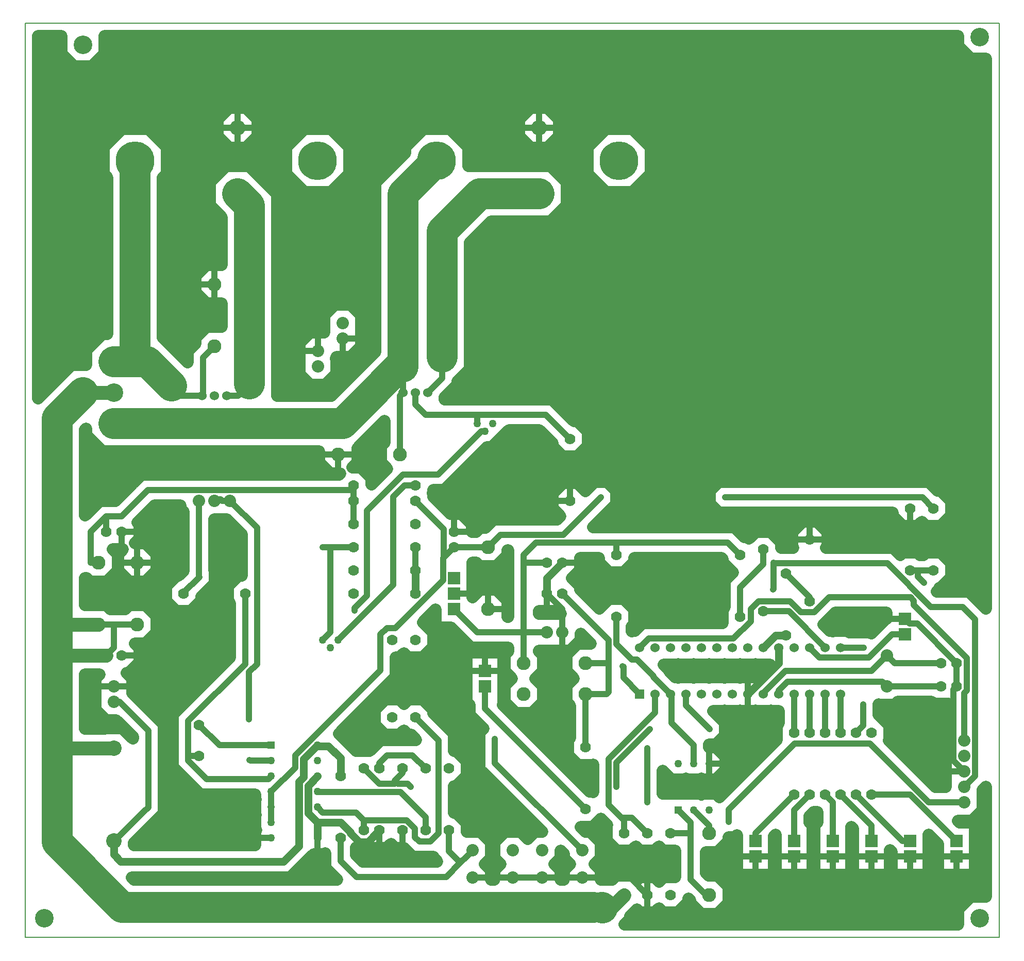
<source format=gbr>
G04 PROTEUS GERBER X2 FILE*
%TF.GenerationSoftware,Labcenter,Proteus,8.15-SP1-Build34318*%
%TF.CreationDate,2023-09-22T11:01:59+00:00*%
%TF.FileFunction,Copper,L2,Bot*%
%TF.FilePolarity,Positive*%
%TF.Part,Single*%
%TF.SameCoordinates,{152284cb-42d1-4113-bbe4-b0d9b1a291b6}*%
%FSLAX45Y45*%
%MOMM*%
G01*
%TA.AperFunction,Conductor*%
%ADD10C,1.016000*%
%ADD11C,1.270000*%
%ADD24C,5.080000*%
%ADD25C,2.286000*%
%TA.AperFunction,ViaPad*%
%ADD12C,0.762000*%
%TA.AperFunction,Conductor*%
%ADD26C,2.032000*%
%TA.AperFunction,ComponentPad*%
%ADD13R,1.524000X1.524000*%
%ADD14C,1.524000*%
%TA.AperFunction,ComponentPad*%
%ADD15C,1.778000*%
%ADD16R,2.032000X2.032000*%
%ADD17C,2.032000*%
%ADD18C,2.286000*%
%TA.AperFunction,ComponentPad*%
%ADD19R,1.270000X1.270000*%
%ADD70C,1.270000*%
%TA.AperFunction,ComponentPad*%
%ADD71C,2.540000*%
%TA.AperFunction,ComponentPad*%
%ADD20C,3.048000*%
%TA.AperFunction,ComponentPad*%
%ADD21C,6.350000*%
%TA.AperFunction,OtherPad,Unknown*%
%ADD22C,3.048000*%
%TA.AperFunction,Profile*%
%ADD23C,0.203200*%
%TD.AperFunction*%
%TA.AperFunction,Conductor*%
G36*
X+2946401Y+5694706D02*
X+3154706Y+5486401D01*
X+3406140Y+5486401D01*
X+3406140Y-3547778D01*
X+3124589Y-3266227D01*
X+2603007Y-3266227D01*
X+2602684Y-3265906D01*
X+2641385Y-3227205D01*
X+2641385Y-3213099D01*
X+2660991Y-3213099D01*
X+2832099Y-3041991D01*
X+2832099Y-2800009D01*
X+2660991Y-2628901D01*
X+2419009Y-2628901D01*
X+2380909Y-2667001D01*
X+2318091Y-2667001D01*
X+2279991Y-2628901D01*
X+2038009Y-2628901D01*
X+2001844Y-2665066D01*
X+1889554Y-2552774D01*
X+781316Y-2552774D01*
X+800099Y-2533991D01*
X+800099Y-2292009D01*
X+628991Y-2120901D01*
X+387009Y-2120901D01*
X+215901Y-2292009D01*
X+215901Y-2533991D01*
X+234684Y-2552774D01*
X+38099Y-2552774D01*
X+38099Y-2457108D01*
X-133009Y-2286000D01*
X-374991Y-2286000D01*
X-488951Y-2399960D01*
X-514009Y-2374901D01*
X-567892Y-2374901D01*
X-731047Y-2211745D01*
X-3049648Y-2211745D01*
X-2666330Y-1828427D01*
X-2666330Y-1618007D01*
X-2815118Y-1469219D01*
X-3025538Y-1469219D01*
X-3175115Y-1618796D01*
X-3308009Y-1485901D01*
X-3549991Y-1485901D01*
X-3721099Y-1657009D01*
X-3721099Y-1898991D01*
X-3588205Y-2031886D01*
X-3641160Y-2084841D01*
X-4679248Y-2084841D01*
X-4816908Y-2222501D01*
X-4906711Y-2222501D01*
X-4970212Y-2286002D01*
X-5041901Y-2286002D01*
X-5041901Y-2165009D01*
X-5213009Y-1993901D01*
X-5393891Y-1993901D01*
X-5676901Y-1710891D01*
X-5676901Y-1657009D01*
X-5682910Y-1651000D01*
X-5676901Y-1644991D01*
X-5676901Y-1599303D01*
X-5488612Y-1599303D01*
X-4791008Y-901699D01*
X-4715530Y-901699D01*
X-4432301Y-618470D01*
X-4432301Y-616184D01*
X-3934024Y-616184D01*
X-3721099Y-829109D01*
X-3721099Y-882991D01*
X-3549991Y-1054099D01*
X-3308009Y-1054099D01*
X-3136901Y-882991D01*
X-3136901Y-641009D01*
X-3308009Y-469901D01*
X-3361891Y-469901D01*
X-3723606Y-108186D01*
X-5486401Y-108186D01*
X-5486401Y-79809D01*
X-5276860Y+129732D01*
X-5276860Y+188254D01*
X-5073660Y+391454D01*
X-5073661Y+2459842D01*
X-4724262Y+2809241D01*
X-3747622Y+2809241D01*
X-3479801Y+3077062D01*
X-3479801Y+3455818D01*
X-3747622Y+3723639D01*
X-5100321Y+3723639D01*
X-5100321Y+4025681D01*
X-5405339Y+4330699D01*
X-5836701Y+4330699D01*
X-6141719Y+4025681D01*
X-6141719Y+3935877D01*
X-6630061Y+3447535D01*
X-6630061Y+671210D01*
X-7072724Y+228547D01*
X-7072726Y+228547D01*
X-7352074Y-50801D01*
X-8236369Y-50801D01*
X-8235246Y-49678D01*
X-8235246Y+3258262D01*
X-8700622Y+3723638D01*
X-9079378Y+3723638D01*
X-9347198Y+3455818D01*
X-9347198Y+3077062D01*
X-9149644Y+2879508D01*
X-9149644Y+2095499D01*
X-9402512Y+2095499D01*
X-9588499Y+1909512D01*
X-9588499Y+1646488D01*
X-9402512Y+1460501D01*
X-9149644Y+1460501D01*
X-9149644Y+1079499D01*
X-9402512Y+1079499D01*
X-9588499Y+893512D01*
X-9588499Y+803709D01*
X-9713148Y+679060D01*
X-9713148Y+499896D01*
X-10116821Y+903569D01*
X-10116821Y+3530819D01*
X-10053321Y+3594319D01*
X-10053321Y+4025681D01*
X-10358339Y+4330699D01*
X-10789701Y+4330699D01*
X-11094719Y+4025681D01*
X-11094719Y+3594319D01*
X-11031219Y+3530819D01*
X-11031219Y+965199D01*
X-11111378Y+965199D01*
X-11379199Y+697378D01*
X-11379199Y+457198D01*
X-11619378Y+457198D01*
X-12169140Y-92564D01*
X-12169140Y+5854700D01*
X-11785599Y+5854700D01*
X-11785599Y+5567706D01*
X-11577294Y+5359401D01*
X-11282706Y+5359401D01*
X-11074401Y+5567706D01*
X-11074401Y+5854700D01*
X+2946401Y+5854700D01*
X+2946401Y+5694706D01*
G37*
%TD.AperFunction*%
%LPC*%
G36*
X+2607109Y-1612901D02*
X+2660991Y-1612901D01*
X+2832099Y-1784009D01*
X+2832099Y-2025991D01*
X+2660991Y-2197099D01*
X+2419009Y-2197099D01*
X+2349500Y-2127590D01*
X+2279991Y-2197099D01*
X+2038009Y-2197099D01*
X+1866901Y-2025991D01*
X+1866901Y-1977216D01*
X-984130Y-1977216D01*
X-1132919Y-1828427D01*
X-1132919Y-1618007D01*
X-984130Y-1469218D01*
X+2463426Y-1469218D01*
X+2607109Y-1612901D01*
G37*
G36*
X-6858000Y+1268504D02*
X-6858000Y+1016000D01*
X-6858748Y+1015252D01*
X-6858000Y+1014504D01*
X-6858000Y+762000D01*
X-7036547Y+583453D01*
X-7268164Y+583453D01*
X-7268164Y+555785D01*
X-7268912Y+555037D01*
X-7268164Y+554289D01*
X-7268164Y+301785D01*
X-7446711Y+123238D01*
X-7699215Y+123238D01*
X-7877762Y+301785D01*
X-7877762Y+554289D01*
X-7877014Y+555037D01*
X-7877762Y+555785D01*
X-7877762Y+808289D01*
X-7699215Y+986836D01*
X-7467598Y+986836D01*
X-7467598Y+1014504D01*
X-7466850Y+1015252D01*
X-7467598Y+1016000D01*
X-7467598Y+1268504D01*
X-7289051Y+1447051D01*
X-7036547Y+1447051D01*
X-6858000Y+1268504D01*
G37*
G36*
X-9026773Y+4683759D02*
X-8753227Y+4683759D01*
X-8559801Y+4490333D01*
X-8559801Y+4216787D01*
X-8753227Y+4023361D01*
X-9026773Y+4023361D01*
X-9220199Y+4216787D01*
X-9220199Y+4490333D01*
X-9026773Y+4683759D01*
G37*
G36*
X-7792501Y+4330699D02*
X-7361139Y+4330699D01*
X-7056121Y+4025681D01*
X-7056121Y+3594319D01*
X-7361139Y+3289301D01*
X-7792501Y+3289301D01*
X-8097519Y+3594319D01*
X-8097519Y+4025681D01*
X-7792501Y+4330699D01*
G37*
G36*
X-4073773Y+4683759D02*
X-3800227Y+4683759D01*
X-3606801Y+4490333D01*
X-3606801Y+4216787D01*
X-3800227Y+4023361D01*
X-4073773Y+4023361D01*
X-4267199Y+4216787D01*
X-4267199Y+4490333D01*
X-4073773Y+4683759D01*
G37*
G36*
X-2839501Y+4330699D02*
X-2408139Y+4330699D01*
X-2103121Y+4025681D01*
X-2103121Y+3594319D01*
X-2408139Y+3289301D01*
X-2839501Y+3289301D01*
X-3144519Y+3594319D01*
X-3144519Y+4025681D01*
X-2839501Y+4330699D01*
G37*
%LPD*%
%TA.AperFunction,Conductor*%
G36*
X+3406140Y-8280401D02*
X+3154706Y-8280401D01*
X+2946401Y-8488706D01*
X+2946401Y-8740140D01*
X-2529084Y-8740140D01*
X-2442636Y-8653692D01*
X-2442636Y-8606646D01*
X-2331540Y-8495550D01*
X-2279991Y-8547099D01*
X-2038009Y-8547099D01*
X-1968500Y-8477590D01*
X-1898991Y-8547099D01*
X-1657009Y-8547099D01*
X-1485901Y-8375991D01*
X-1485901Y-8318184D01*
X-1460499Y-8343586D01*
X-1460499Y-8386512D01*
X-1274512Y-8572499D01*
X-1011488Y-8572499D01*
X-825501Y-8386512D01*
X-825501Y-8123488D01*
X-1011488Y-7937501D01*
X-1148168Y-7937501D01*
X-1189878Y-7895791D01*
X-1189878Y-7556499D01*
X-1011488Y-7556499D01*
X-825501Y-7370512D01*
X-825501Y-7305836D01*
X-713750Y-7305836D01*
X-685799Y-7277885D01*
X-685799Y-7924799D01*
X-76201Y-7924799D01*
X-76201Y-7293409D01*
X-50799Y-7268007D01*
X-50799Y-7924799D01*
X+558799Y-7924799D01*
X+558799Y-7061201D01*
X+507998Y-7061201D01*
X+507998Y-6963210D01*
X+575109Y-6896099D01*
X+628991Y-6896099D01*
X+635000Y-6890090D01*
X+635001Y-6890091D01*
X+635001Y-7061201D01*
X+584201Y-7061201D01*
X+584201Y-7924799D01*
X+1193799Y-7924799D01*
X+1193799Y-7141008D01*
X+1219201Y-7166410D01*
X+1219201Y-7924799D01*
X+1828799Y-7924799D01*
X+1828799Y-7522008D01*
X+1854201Y-7547409D01*
X+1854201Y-7924799D01*
X+2463799Y-7924799D01*
X+2463799Y-7268007D01*
X+2616201Y-7420409D01*
X+2616201Y-7924799D01*
X+3225799Y-7924799D01*
X+3225799Y-7061201D01*
X+2975409Y-7061201D01*
X+2950007Y-7035799D01*
X+3174252Y-7035799D01*
X+3352799Y-6857252D01*
X+3352799Y-6604748D01*
X+3352050Y-6604001D01*
X+3352799Y-6603252D01*
X+3352799Y-6531409D01*
X+3406140Y-6478068D01*
X+3406140Y-8280401D01*
G37*
%TD.AperFunction*%
%TA.AperFunction,Conductor*%
G36*
X-6476999Y-820988D02*
X-6540499Y-884488D01*
X-6540499Y-1147512D01*
X-6436610Y-1251402D01*
X-6692901Y-1507693D01*
X-6692901Y-1403009D01*
X-6864009Y-1231901D01*
X-7005890Y-1231901D01*
X-6921501Y-1147512D01*
X-6921501Y-913383D01*
X-6476999Y-468881D01*
X-6476999Y-820988D01*
G37*
%TD.AperFunction*%
%TA.AperFunction,Conductor*%
G36*
X-11379199Y-697378D02*
X-11111378Y-965199D01*
X-7556499Y-965199D01*
X-7556499Y-1147512D01*
X-7370512Y-1333499D01*
X-7207589Y-1333499D01*
X-7219384Y-1345294D01*
X-10467503Y-1345294D01*
X-10616292Y-1494084D01*
X-10900210Y-1778002D01*
X-10943790Y-1778002D01*
X-10943790Y-1778001D01*
X-11154210Y-1778001D01*
X-11396134Y-2019926D01*
X-11396134Y-612710D01*
X-11379199Y-595775D01*
X-11379199Y-697378D01*
G37*
%TD.AperFunction*%
%TA.AperFunction,Conductor*%
G36*
X-4444999Y-2688790D02*
X-4444999Y-3683001D01*
X-4457700Y-3683001D01*
X-4457700Y-3424488D01*
X-4643687Y-3238501D01*
X-4906711Y-3238501D01*
X-5029201Y-3360991D01*
X-5029201Y-2793999D01*
X-4970211Y-2793999D01*
X-4906711Y-2857499D01*
X-4643687Y-2857499D01*
X-4457700Y-2671512D01*
X-4457700Y-2592839D01*
X-4444999Y-2592839D01*
X-4444999Y-2688790D01*
G37*
%TD.AperFunction*%
%TA.AperFunction,Conductor*%
G36*
X-927099Y-2734109D02*
X-927099Y-2787991D01*
X-755991Y-2959099D01*
X-755278Y-2959099D01*
X-888999Y-3092820D01*
X-888999Y-3523909D01*
X-927099Y-3562009D01*
X-927099Y-3784700D01*
X-2236908Y-3784700D01*
X-2363809Y-3911601D01*
X-2399731Y-3911601D01*
X-2413001Y-3924871D01*
X-2413001Y-3842091D01*
X-2374901Y-3803991D01*
X-2374901Y-3562009D01*
X-2546009Y-3390901D01*
X-2787991Y-3390901D01*
X-2947941Y-3550851D01*
X-3263901Y-3234891D01*
X-3263901Y-3181009D01*
X-3396910Y-3048000D01*
X-3263901Y-2914991D01*
X-3263901Y-2719743D01*
X-2959099Y-2719743D01*
X-2959099Y-2787991D01*
X-2787991Y-2959099D01*
X-2546009Y-2959099D01*
X-2374901Y-2787991D01*
X-2374901Y-2719743D01*
X-941465Y-2719743D01*
X-927099Y-2734109D01*
G37*
%TD.AperFunction*%
%TA.AperFunction,Conductor*%
G36*
X-9829799Y-1904252D02*
X-9778999Y-1955052D01*
X-9778999Y-2929133D01*
X-9859767Y-3009901D01*
X-9899991Y-3009901D01*
X-10071099Y-3181009D01*
X-10071099Y-3422991D01*
X-9899991Y-3594099D01*
X-9658009Y-3594099D01*
X-9486901Y-3422991D01*
X-9486901Y-3355451D01*
X-9264702Y-3133252D01*
X-9264702Y-2922834D01*
X-9271001Y-2916535D01*
X-9271001Y-2082799D01*
X-9144748Y-2082799D01*
X-9144000Y-2082051D01*
X-9143252Y-2082799D01*
X-9071410Y-2082799D01*
X-8825769Y-2328439D01*
X-8825769Y-3009901D01*
X-8883991Y-3009901D01*
X-9055099Y-3181009D01*
X-9055099Y-3422991D01*
X-9016999Y-3461091D01*
X-9016999Y-4355470D01*
X-9953036Y-5291507D01*
X-9953036Y-6074210D01*
X-9953035Y-6074211D01*
X-9953035Y-6154173D01*
X-9503209Y-6603999D01*
X-8606013Y-6603999D01*
X-8606013Y-6667773D01*
X-8593313Y-6680473D01*
X-8593313Y-6688133D01*
X-8606013Y-6700833D01*
X-8606013Y-6921773D01*
X-8593313Y-6934473D01*
X-8593313Y-6942133D01*
X-8606013Y-6954833D01*
X-8606013Y-7175773D01*
X-8589483Y-7192303D01*
X-8606013Y-7208833D01*
X-8606013Y-7429773D01*
X-8600651Y-7435135D01*
X-10591801Y-7435135D01*
X-10591801Y-7404917D01*
X-10105057Y-6918173D01*
X-10105057Y-5446763D01*
X-10617201Y-4934619D01*
X-10617201Y-4699748D01*
X-10706850Y-4610099D01*
X-10674009Y-4610099D01*
X-10502901Y-4438991D01*
X-10502901Y-4197009D01*
X-10572411Y-4127499D01*
X-10409488Y-4127499D01*
X-10223501Y-3941512D01*
X-10223501Y-3678488D01*
X-10409488Y-3492501D01*
X-10672512Y-3492501D01*
X-10736012Y-3556001D01*
X-10980989Y-3556001D01*
X-11044488Y-3492501D01*
X-11396134Y-3492501D01*
X-11396134Y-3047998D01*
X-11371013Y-3047998D01*
X-11307512Y-3111499D01*
X-11044488Y-3111499D01*
X-10858501Y-2925512D01*
X-10858501Y-2662488D01*
X-10942890Y-2578099D01*
X-10928009Y-2578099D01*
X-10922000Y-2572090D01*
X-10915991Y-2578099D01*
X-10774110Y-2578099D01*
X-10858499Y-2662488D01*
X-10858499Y-2925512D01*
X-10672512Y-3111499D01*
X-10409488Y-3111499D01*
X-10223501Y-2925512D01*
X-10223501Y-2662488D01*
X-10409488Y-2476501D01*
X-10572411Y-2476501D01*
X-10502901Y-2406991D01*
X-10502901Y-2165009D01*
X-10535851Y-2132059D01*
X-10257084Y-1853292D01*
X-9829799Y-1853292D01*
X-9829799Y-1904252D01*
G37*
%TD.AperFunction*%
%TA.AperFunction,Conductor*%
G36*
X-3930991Y-3594099D02*
X-3689009Y-3594099D01*
X-3683000Y-3588090D01*
X-3676991Y-3594099D01*
X-3623109Y-3594099D01*
X-3585007Y-3632201D01*
X-3682252Y-3632201D01*
X-3683000Y-3632949D01*
X-3683748Y-3632201D01*
X-3936252Y-3632201D01*
X-3937001Y-3632950D01*
X-3937001Y-3588089D01*
X-3930991Y-3594099D01*
G37*
%TD.AperFunction*%
%TA.AperFunction,Conductor*%
G36*
X+1765413Y-3721213D02*
X+1754818Y-3721213D01*
X+1520620Y-3955411D01*
X+1502210Y-3937001D01*
X+1157131Y-3937001D01*
X+1131731Y-3911601D01*
X+900269Y-3911601D01*
X+888999Y-3922871D01*
X+877731Y-3911601D01*
X+841808Y-3911601D01*
X+740207Y-3810001D01*
X+930675Y-3619533D01*
X+1765413Y-3619533D01*
X+1765413Y-3721213D01*
G37*
%TD.AperFunction*%
%TA.AperFunction,Conductor*%
G36*
X-369731Y-4470399D02*
X-144717Y-4470399D01*
X-347919Y-4673601D01*
X-369731Y-4673601D01*
X-381000Y-4684870D01*
X-392269Y-4673601D01*
X-623731Y-4673601D01*
X-635000Y-4684870D01*
X-646269Y-4673601D01*
X-877731Y-4673601D01*
X-889000Y-4684870D01*
X-900269Y-4673601D01*
X-1131731Y-4673601D01*
X-1143000Y-4684870D01*
X-1154269Y-4673601D01*
X-1385731Y-4673601D01*
X-1397000Y-4684870D01*
X-1408269Y-4673601D01*
X-1639731Y-4673601D01*
X-1651000Y-4684870D01*
X-1662269Y-4673601D01*
X-1698192Y-4673601D01*
X-1803401Y-4568391D01*
X-1803401Y-4551882D01*
X-1884885Y-4470399D01*
X-1662269Y-4470399D01*
X-1651000Y-4459130D01*
X-1639731Y-4470399D01*
X-1408269Y-4470399D01*
X-1397000Y-4459130D01*
X-1385731Y-4470399D01*
X-1154269Y-4470399D01*
X-1143000Y-4459130D01*
X-1131731Y-4470399D01*
X-900269Y-4470399D01*
X-889000Y-4459130D01*
X-877731Y-4470399D01*
X-646269Y-4470399D01*
X-635000Y-4459130D01*
X-623731Y-4470399D01*
X-392269Y-4470399D01*
X-381000Y-4459130D01*
X-369731Y-4470399D01*
G37*
%TD.AperFunction*%
%TA.AperFunction,Conductor*%
G36*
X+2546009Y-5118099D02*
X+2787991Y-5118099D01*
X+2794000Y-5112090D01*
X+2794001Y-5112091D01*
X+2794001Y-5537948D01*
X+2743201Y-5588748D01*
X+2743201Y-5841252D01*
X+2743949Y-5842000D01*
X+2743201Y-5842748D01*
X+2743201Y-6095252D01*
X+2743949Y-6096000D01*
X+2743201Y-6096748D01*
X+2743201Y-6349252D01*
X+2743949Y-6350000D01*
X+2743201Y-6350748D01*
X+2743201Y-6477001D01*
X+2570685Y-6477001D01*
X+1809387Y-5715703D01*
X+1816099Y-5708991D01*
X+1816099Y-5467009D01*
X+1644991Y-5295901D01*
X+1644503Y-5295901D01*
X+1644503Y-5123554D01*
X+1651748Y-5130799D01*
X+1904252Y-5130799D01*
X+1955052Y-5079999D01*
X+2507909Y-5079999D01*
X+2546009Y-5118099D01*
G37*
%TD.AperFunction*%
%TA.AperFunction,Conductor*%
G36*
X-369731Y-5232399D02*
X-138269Y-5232399D01*
X-127001Y-5221131D01*
X-115731Y-5232399D01*
X+1Y-5232399D01*
X+1Y-5428909D01*
X-38099Y-5467009D01*
X-38099Y-5706956D01*
X-977487Y-6646344D01*
X-1032530Y-6591301D01*
X-1253470Y-6591301D01*
X-1270000Y-6607831D01*
X-1286530Y-6591301D01*
X-1905001Y-6591301D01*
X-1905001Y-6219168D01*
X-1761470Y-6362699D01*
X-1540530Y-6362699D01*
X-1524000Y-6346169D01*
X-1507470Y-6362699D01*
X-1286530Y-6362699D01*
X-1270000Y-6346169D01*
X-1253470Y-6362699D01*
X-1032530Y-6362699D01*
X-876301Y-6206470D01*
X-876301Y-5985530D01*
X-1032530Y-5829301D01*
X-1143001Y-5829301D01*
X-1143001Y-5784759D01*
X-1032423Y-5784759D01*
X-883635Y-5635971D01*
X-883635Y-5425551D01*
X-1076787Y-5232399D01*
X-900269Y-5232399D01*
X-889000Y-5221130D01*
X-877731Y-5232399D01*
X-646269Y-5232399D01*
X-635000Y-5221130D01*
X-623731Y-5232399D01*
X-392269Y-5232399D01*
X-381000Y-5221130D01*
X-369731Y-5232399D01*
G37*
%TD.AperFunction*%
%TA.AperFunction,Conductor*%
G36*
X-11226799Y-4699748D02*
X-11226799Y-4952252D01*
X-11226051Y-4953000D01*
X-11226799Y-4953748D01*
X-11226799Y-5206252D01*
X-11048252Y-5384799D01*
X-10885437Y-5384799D01*
X-10613055Y-5657181D01*
X-10613055Y-5683973D01*
X-10785227Y-5511801D01*
X-11058773Y-5511801D01*
X-11071473Y-5524501D01*
X-11396134Y-5524501D01*
X-11396134Y-4635499D01*
X-11162550Y-4635499D01*
X-11226799Y-4699748D01*
G37*
%TD.AperFunction*%
%TA.AperFunction,Conductor*%
G36*
X-5638799Y-3606799D02*
X-5638799Y-3860799D01*
X-5388409Y-3860799D01*
X-5058209Y-4190999D01*
X-4444999Y-4190999D01*
X-4444999Y-4249988D01*
X-4508499Y-4313488D01*
X-4508499Y-4576512D01*
X-4386011Y-4699000D01*
X-4508499Y-4821488D01*
X-4508499Y-5084512D01*
X-4322512Y-5270499D01*
X-4059488Y-5270499D01*
X-3873501Y-5084512D01*
X-3873501Y-4821488D01*
X-3995989Y-4699000D01*
X-3873501Y-4576512D01*
X-3873501Y-4313488D01*
X-3937001Y-4249988D01*
X-3937001Y-4241050D01*
X-3936252Y-4241799D01*
X-3683748Y-4241799D01*
X-3683000Y-4241051D01*
X-3682252Y-4241799D01*
X-3429748Y-4241799D01*
X-3251201Y-4063252D01*
X-3251201Y-3966007D01*
X-3089707Y-4127501D01*
X-3306512Y-4127501D01*
X-3492499Y-4313488D01*
X-3492499Y-4576512D01*
X-3370011Y-4699000D01*
X-3492499Y-4821488D01*
X-3492499Y-5084512D01*
X-3428999Y-5148012D01*
X-3428999Y-5670208D01*
X-3467099Y-5708308D01*
X-3467099Y-5950290D01*
X-3295991Y-6121398D01*
X-3054009Y-6121398D01*
X-3047999Y-6115388D01*
X-3047999Y-6559210D01*
X-3054009Y-6553200D01*
X-3107891Y-6553200D01*
X-4530292Y-5130799D01*
X-4521201Y-5130799D01*
X-4521201Y-4267201D01*
X-5130799Y-4267201D01*
X-5130799Y-5130799D01*
X-5079999Y-5130799D01*
X-5079999Y-5299508D01*
X-4853979Y-5525529D01*
X-4917470Y-5589020D01*
X-4917470Y-6189738D01*
X-3890007Y-7217201D01*
X-4012252Y-7217201D01*
X-4127500Y-7332449D01*
X-4242748Y-7217201D01*
X-4495252Y-7217201D01*
X-4673799Y-7395748D01*
X-4673799Y-7648252D01*
X-4575051Y-7747000D01*
X-4673799Y-7845748D01*
X-4673799Y-8000059D01*
X-4724201Y-8000059D01*
X-4724201Y-7845748D01*
X-4822949Y-7747000D01*
X-4724201Y-7648252D01*
X-4724201Y-7395748D01*
X-4902748Y-7217201D01*
X-5126215Y-7217201D01*
X-5126215Y-7071312D01*
X-5297323Y-6900204D01*
X-5334001Y-6900204D01*
X-5334001Y-6468402D01*
X-5297323Y-6468402D01*
X-5126215Y-6297294D01*
X-5126215Y-6055312D01*
X-5297323Y-5884204D01*
X-5334001Y-5884204D01*
X-5334001Y-5609791D01*
X-5676901Y-5266891D01*
X-5676901Y-5213009D01*
X-5848009Y-5041901D01*
X-6089991Y-5041901D01*
X-6159500Y-5111410D01*
X-6229009Y-5041901D01*
X-6470991Y-5041901D01*
X-6642099Y-5213009D01*
X-6642099Y-5454991D01*
X-6470991Y-5626099D01*
X-6229009Y-5626099D01*
X-6159500Y-5556590D01*
X-6089991Y-5626099D01*
X-6036109Y-5626099D01*
X-5958344Y-5703864D01*
X-6539523Y-5703864D01*
X-6719863Y-5884204D01*
X-6936305Y-5884204D01*
X-6939109Y-5887008D01*
X-7223213Y-5602905D01*
X-6290377Y-4670069D01*
X-6290377Y-4356099D01*
X-6229009Y-4356099D01*
X-6159500Y-4286590D01*
X-6089991Y-4356099D01*
X-5848009Y-4356099D01*
X-5676901Y-4184991D01*
X-5676901Y-3943009D01*
X-5846146Y-3773764D01*
X-5638799Y-3566417D01*
X-5638799Y-3606799D01*
G37*
%TD.AperFunction*%
%TA.AperFunction,Conductor*%
G36*
X-6301305Y-7484402D02*
X-6155971Y-7484402D01*
X-6010097Y-7630276D01*
X-5672313Y-7630276D01*
X-5672313Y-7640895D01*
X-5610350Y-7702858D01*
X-6832392Y-7702858D01*
X-6942315Y-7592935D01*
X-6942315Y-7478394D01*
X-6942314Y-7478393D01*
X-6936305Y-7484402D01*
X-6694323Y-7484402D01*
X-6688314Y-7478393D01*
X-6682305Y-7484402D01*
X-6440323Y-7484402D01*
X-6370814Y-7414893D01*
X-6301305Y-7484402D01*
G37*
%TD.AperFunction*%
%TA.AperFunction,Conductor*%
G36*
X-3530799Y-7576409D02*
X-3530799Y-7648252D01*
X-3432051Y-7747000D01*
X-3530799Y-7845748D01*
X-3530799Y-8000059D01*
X-3581201Y-8000059D01*
X-3581201Y-7845748D01*
X-3679949Y-7747000D01*
X-3581201Y-7648252D01*
X-3581201Y-7526007D01*
X-3530799Y-7576409D01*
G37*
%TD.AperFunction*%
%TA.AperFunction,Conductor*%
G36*
X-7450313Y-7698144D02*
X-7450313Y-7803353D01*
X-7253607Y-8000059D01*
X-10593865Y-8000059D01*
X-10625391Y-7968533D01*
X-8023204Y-7968533D01*
X-7640673Y-7586002D01*
X-7466844Y-7586002D01*
X-7450313Y-7569471D01*
X-7450313Y-7698144D01*
G37*
%TD.AperFunction*%
%TA.AperFunction,Conductor*%
G36*
X-2899210Y-7029620D02*
X-2899209Y-7029620D01*
X-2821460Y-7107370D01*
X-2832099Y-7118009D01*
X-2832099Y-7359991D01*
X-2660991Y-7531099D01*
X-2419009Y-7531099D01*
X-2349500Y-7461590D01*
X-2279991Y-7531099D01*
X-2038009Y-7531099D01*
X-1968500Y-7461590D01*
X-1898991Y-7531099D01*
X-1697876Y-7531099D01*
X-1697876Y-7962901D01*
X-1898991Y-7962901D01*
X-1968500Y-8032410D01*
X-2038009Y-7962901D01*
X-2279991Y-7962901D01*
X-2331540Y-8014450D01*
X-2408488Y-7937502D01*
X-2671512Y-7937502D01*
X-2734070Y-8000060D01*
X-2858622Y-8000060D01*
X-2858622Y-8000059D01*
X-2921201Y-8000059D01*
X-2921201Y-7845748D01*
X-3019949Y-7747000D01*
X-2921201Y-7648252D01*
X-2921201Y-7395748D01*
X-3099748Y-7217201D01*
X-3171591Y-7217201D01*
X-3251394Y-7137398D01*
X-3054009Y-7137398D01*
X-2922721Y-7006110D01*
X-2899210Y-7029620D01*
G37*
%TD.AperFunction*%
D10*
X+508000Y-4953000D02*
X+508000Y-5588000D01*
X+762000Y-4953000D02*
X+762000Y-5588000D01*
X+1016000Y-4953000D02*
X+1016000Y-5588000D01*
X-4191000Y-4445000D02*
X-4191000Y-4318000D01*
X-4191000Y-3937000D02*
X-3810000Y-3937000D01*
X-4191000Y-4318000D02*
X-4191000Y-3937000D01*
X-3556000Y-3302000D02*
X-3175000Y-3683000D01*
X-3175000Y-4953000D02*
X-2826926Y-4953000D01*
X-2794000Y-4920074D01*
X-3175000Y-4445000D02*
X-2794000Y-4445000D01*
X-3175000Y-3683000D02*
X-2794000Y-4064000D01*
X-2794000Y-4445000D01*
X-2794000Y-4920074D01*
D11*
X-3810000Y-3302000D02*
X-3810000Y-3048000D01*
X-3556000Y-2794000D01*
D10*
X-4191000Y-3937000D02*
X-4191000Y-3175000D01*
X-4191000Y-2667000D02*
X-3989744Y-2465744D01*
X-3937000Y-2465744D01*
X-3810000Y-2794000D02*
X-4191000Y-2794000D01*
X-4191000Y-3175000D02*
X-4191000Y-2794000D01*
X-4191000Y-2667000D01*
X-1443877Y-8001000D02*
X-1189877Y-8255000D01*
X-1143000Y-8255000D01*
X-1778000Y-7239000D02*
X-1443877Y-7239000D01*
X-1651000Y-6858000D02*
X-1443877Y-7065123D01*
X-1443877Y-7239000D01*
X-1443877Y-8001000D01*
X-1397000Y-6858000D02*
X-1143000Y-7112000D01*
X-1143000Y-7239000D01*
X-635000Y-3198030D02*
X-635000Y-3683000D01*
X-8339314Y-6557303D02*
X-8339314Y-6811303D01*
X-8339314Y-7065303D01*
X-9525000Y-1778000D02*
X-9525000Y-3021744D01*
X-9518701Y-3028043D01*
X-9779000Y-3288342D01*
X-9779000Y-3302000D01*
X-9017000Y-1778000D02*
X-9147473Y-1778000D01*
X-9169400Y-1756073D01*
X-9271000Y-1778000D01*
X-5799314Y-7192303D02*
X-5799314Y-6979932D01*
X-6217932Y-6561314D01*
X-7573303Y-6561314D01*
X-7577314Y-6557303D01*
D11*
X-7196314Y-6303303D02*
X-7196314Y-6006971D01*
X-7397398Y-5805887D01*
X-7566730Y-5805887D01*
X-7577314Y-5795303D01*
D10*
X-6985000Y-1778000D02*
X-6985000Y-2159000D01*
X+254000Y-4953000D02*
X+254000Y-5588000D01*
X+254000Y-6604000D02*
X-381000Y-7239000D01*
X-381000Y-7366000D01*
X+508000Y-6604000D02*
X+254000Y-6858000D01*
X+254000Y-7366000D01*
X+762000Y-6604000D02*
X+889000Y-6731000D01*
X+889000Y-7366000D01*
X+1016000Y-6604000D02*
X+1524000Y-7112000D01*
X+1524000Y-7366000D01*
X+2667000Y-4445000D02*
X+1905000Y-4445000D01*
X+1778000Y-4318000D01*
X+2667000Y-4826000D02*
X+1778000Y-4826000D01*
X+1703917Y-4751917D01*
X+1621266Y-4751917D01*
X+144640Y-4751917D01*
X+129520Y-4767037D01*
X+0Y-4896557D01*
X+0Y-4953000D01*
X+1778000Y-4318000D02*
X+1524000Y-4572000D01*
X+508000Y-4572000D01*
X+112890Y-4572000D01*
X+94242Y-4590648D01*
X-254000Y-4938890D01*
X-254000Y-4953000D01*
X-9525000Y-5461000D02*
X-9190697Y-5795303D01*
X-8339314Y-5795303D01*
X-9525000Y-5969000D02*
X-9699037Y-5969000D01*
X-8763000Y-3302000D02*
X-8763000Y-4460679D01*
X-9699037Y-5396716D01*
X-9699037Y-5969000D01*
X-9699037Y-6048963D01*
X-9398000Y-6350000D01*
X-8386011Y-6350000D01*
X-8339314Y-6303303D01*
X-8339314Y-6049303D02*
X-8680606Y-6049303D01*
X-8695580Y-6034329D01*
X-8706032Y-5365358D02*
X-8706032Y-4593950D01*
X-8571771Y-4459689D01*
X-8571771Y-2223229D01*
X-9017000Y-1778000D01*
X-6985000Y-1524000D02*
X-6985000Y-1613287D01*
X-6985000Y-1778000D01*
X-10362293Y-1599293D02*
X-10795000Y-2032000D01*
X-11049000Y-2286000D02*
X-11049000Y-2032000D01*
X-10795000Y-2032000D02*
X-11049000Y-2032000D01*
X-11303000Y-2286000D01*
X-11303000Y-2794000D01*
X-11176000Y-2794000D01*
X-7196314Y-7456463D02*
X-7196314Y-7319303D01*
X-5126023Y-7619023D02*
X-5029000Y-7522000D01*
X-5418314Y-7192303D02*
X-5418314Y-7535686D01*
X-5230500Y-7723500D01*
X-7196314Y-7456463D02*
X-7196314Y-7698144D01*
X-6937601Y-7956857D01*
X-5463857Y-7956857D01*
X-5230500Y-7723500D01*
X-5126023Y-7619023D01*
D11*
X-7577314Y-7319303D02*
X-7577314Y-7065303D01*
X-7577314Y-6303303D02*
X-7733612Y-6459601D01*
X-7733612Y-6909005D01*
X-7577314Y-7065303D01*
X-7577314Y-5795303D02*
X-7803215Y-6021204D01*
X-7803215Y-6117574D01*
X-7803215Y-6313807D01*
X-7885965Y-6396557D01*
X-7885965Y-6493391D01*
X-7885965Y-7454126D01*
X-7923087Y-7491248D01*
X-8133673Y-7701834D01*
X-8156353Y-7701834D01*
X-10812986Y-7701834D01*
X-10926378Y-7588442D01*
X-10926378Y-7370378D01*
X-10922000Y-7366000D01*
D10*
X-4775199Y-2540000D02*
X-5334000Y-2540000D01*
X-5969000Y-1778000D02*
X-5504794Y-2242206D01*
X-5504794Y-2710794D01*
X-5512092Y-2718092D01*
X-8339314Y-6557303D02*
X-7942837Y-6160826D01*
X-7942837Y-5963321D01*
X-6544376Y-4564860D01*
X-6544376Y-3974773D01*
X-6437083Y-3867480D01*
X-6299070Y-3867480D01*
X-5512092Y-3080502D01*
X-5512092Y-2718092D01*
X-5504794Y-2710794D02*
X-5334000Y-2540000D01*
D11*
X-6561314Y-7192303D02*
X-6750182Y-7381171D01*
X-6893481Y-7381171D01*
X-7035408Y-7239244D01*
X-7035408Y-7224950D01*
X-7195055Y-7065303D01*
X-7577314Y-7065303D01*
D10*
X-6815314Y-7025003D02*
X-6114236Y-7025003D01*
X-5975852Y-7163387D01*
X-5975852Y-7305313D01*
X-5904888Y-7376277D01*
X-5723810Y-7376277D01*
X-5588000Y-7240467D01*
X-5588000Y-5715000D01*
X-5969000Y-5334000D01*
X-6815314Y-7192303D02*
X-6815314Y-7025003D01*
X-6940963Y-6899354D01*
X-7489263Y-6899354D01*
X-7577314Y-6811303D01*
X-5799314Y-6176303D02*
X-6017754Y-5957863D01*
X-6223000Y-5957863D01*
X-6434314Y-5957863D01*
X-6561314Y-6084863D01*
X-6561314Y-6176303D01*
X-1397000Y-6096000D02*
X-1397000Y-5791698D01*
X-1763889Y-5424809D01*
X-1763889Y-4967111D01*
X-1778000Y-4953000D01*
X-6307314Y-6379503D02*
X-6257482Y-6429335D01*
X-6097411Y-6429335D01*
X-6044494Y-6482252D01*
X-2667000Y-6477000D02*
X-2667000Y-6076910D01*
X-2119842Y-5529752D01*
X-6180314Y-6176303D02*
X-6180314Y-6252503D01*
X-6307314Y-6379503D01*
X-6307314Y-6430303D01*
X-6561314Y-6430303D01*
X-6815314Y-6176303D01*
X-5334000Y-3556000D02*
X-4953000Y-3937000D01*
X-4191000Y-3937000D01*
X-7239000Y-4064000D02*
X-6332362Y-3157362D01*
X-6332362Y-1708620D01*
X-6147742Y-1524000D01*
X-5969000Y-1524000D01*
D11*
X-508000Y-4953000D02*
X+0Y-4445000D01*
X+0Y-4191000D01*
D10*
X+2540000Y-1905000D02*
X+2358217Y-1723217D01*
X-878920Y-1723217D01*
X-2920328Y-1723217D02*
X-3535951Y-2338840D01*
X-4574039Y-2338840D01*
X-4775199Y-2540000D01*
X-4953000Y-508000D02*
X-4953000Y-362185D01*
X-3429000Y-762000D02*
X-3828815Y-362185D01*
X-4953000Y-362185D01*
X-10362293Y-1599293D02*
X-7747000Y-1599293D01*
X-6998994Y-1599293D01*
X-6985000Y-1613287D01*
X-4826000Y-4826000D02*
X-4826000Y-5194299D01*
X-3175000Y-6845299D01*
X-3175000Y-4953000D02*
X-3175000Y-5829299D01*
X-2667000Y-2667000D02*
X-2667000Y-2465744D01*
X-635000Y-2667000D02*
X-836256Y-2465744D01*
X-2667000Y-2465744D01*
X-3937000Y-2465744D01*
D11*
X-5969000Y-3302000D02*
X-5969000Y-2921000D01*
D10*
X-2540000Y-7239000D02*
X-2540000Y-7029621D01*
X-2584621Y-6985000D01*
X-2413000Y-6985000D01*
X-2159000Y-7239000D01*
X-2584621Y-6985000D02*
X-2794000Y-6775621D01*
X-2794000Y-6758620D01*
X-2032000Y-4953000D02*
X-2032000Y-5262352D01*
X-2794000Y-6024352D01*
X-2794000Y-6758620D01*
D11*
X-254000Y-4191000D02*
X-50801Y-3987801D01*
X+115951Y-3987801D01*
D10*
X+115951Y-2971801D02*
X+286575Y-3142425D01*
X+508000Y-3363850D01*
X+508000Y-3429000D01*
X+1270000Y-6604000D02*
X+2032000Y-7366000D01*
X+2159000Y-7366000D01*
X+1016000Y-4191000D02*
X+1397000Y-4191000D01*
X+1390504Y-5126123D02*
X+1390504Y-5467496D01*
X+1270000Y-5588000D01*
X+1524000Y-6604000D02*
X+2159000Y-6604000D01*
X+2921000Y-7366000D01*
X-254000Y-2578099D02*
X-254000Y-2817030D01*
X-635000Y-3198030D01*
X-254000Y-3594099D02*
X+165099Y-3594099D01*
X+762000Y-4191000D01*
X-4826000Y-635000D02*
X-4883517Y-635000D01*
X-5593821Y-1345304D01*
X-6171304Y-1345304D01*
X-6764020Y-1938020D01*
X-6764020Y-3335020D01*
X-6967519Y-3538519D01*
X-6967519Y-3581273D01*
X-5969000Y-2921000D02*
X-5969000Y-2540000D01*
X+3048000Y-5715000D02*
X+3048000Y-4935651D01*
X+3087557Y-4896094D01*
X+3087557Y-4357557D01*
X+2216063Y-3486063D01*
X+2216063Y-3417985D01*
X+2163612Y-3365534D01*
X+825466Y-3365534D01*
X+581236Y-3609764D01*
X+363281Y-3609764D01*
X+182610Y-3429093D01*
X-328125Y-3429093D01*
X-460125Y-3561093D01*
X-460125Y-3756303D01*
X-742521Y-4038699D01*
X-2131699Y-4038699D01*
X-2284000Y-4191000D01*
X-2057400Y-4673600D02*
X-1778000Y-4953000D01*
X-2413000Y-4388486D02*
X-2667000Y-4134486D01*
X-2667000Y-3683000D01*
X-2413000Y-4388486D02*
X-2326005Y-4388486D01*
X-2057400Y-4657091D01*
X-2057400Y-4673600D01*
X-2286000Y-4953000D02*
X-2552296Y-4686704D01*
X-2552296Y-4508179D01*
X-2561634Y-4498841D01*
X+2921000Y-4826000D02*
X+2921000Y-4445000D01*
X+3048000Y-6223000D02*
X+2869120Y-6044120D01*
X+2869120Y-4877880D01*
X+2921000Y-4826000D01*
X+2286000Y-2921000D02*
X+2286000Y-3020608D01*
X+2387387Y-3121995D01*
X-1137633Y-5530761D02*
X-1524000Y-5144394D01*
X-1524000Y-4953000D01*
X+2159000Y-2921000D02*
X+2286000Y-2921000D01*
X+2540000Y-2921000D01*
X+3048000Y-6477000D02*
X+3226873Y-6298127D01*
X+3226873Y-3727719D01*
X+3019380Y-3520226D01*
X+2497798Y-3520226D01*
X+1784345Y-2806773D01*
X-76664Y-2806773D01*
X-85859Y-2797578D01*
X-85859Y-3226874D01*
X-93014Y-3234029D01*
X+2070212Y-3721212D02*
X+2146497Y-3797497D01*
X+2273497Y-3797497D01*
X+2921000Y-4445000D01*
X+2070212Y-3975212D02*
X+1860027Y-3975212D01*
X+1482954Y-4352285D01*
X+669285Y-4352285D01*
X+508000Y-4191000D01*
X+3048000Y-6731000D02*
X+2465476Y-6731000D01*
X+1501297Y-5766821D01*
X+261244Y-5766821D01*
X-818960Y-6847025D01*
X-818960Y-7051837D01*
X-2159000Y-6731000D02*
X-2159000Y-5842000D01*
X-3810000Y-3302000D02*
X-3556000Y-3556000D01*
X-3556000Y-3937000D01*
X-4369000Y-7972000D02*
X-3886000Y-7972000D01*
X-3226000Y-7972000D02*
X-2442000Y-7972000D01*
X-2159000Y-8255000D01*
X-3226000Y-7522000D02*
X-4663471Y-6084529D01*
X-4663471Y-5694230D01*
X-9474199Y-50800D02*
X-9809028Y-50800D01*
X-9971688Y+111860D01*
D24*
X-5621020Y+3810000D02*
X-6172862Y+3258158D01*
X-6172862Y+419195D01*
D10*
X-4953000Y-362185D02*
X-5801234Y-362185D01*
X-5969000Y-194419D01*
X-5969000Y+0D01*
X-6172200Y+0D02*
X-6172200Y+418533D01*
X-6172862Y+419195D01*
X-7366000Y-2540000D02*
X-7366000Y-3937000D01*
X-7493000Y-4064000D01*
X-7493000Y-2540000D02*
X-7366000Y-2540000D01*
X-6985000Y-2540000D01*
D24*
X-6883348Y-228653D02*
X-6883348Y-228652D01*
X-10922000Y-508000D02*
X-7162695Y-508000D01*
X-6883348Y-228652D01*
X-6883348Y-228653D02*
X-6236162Y+418533D01*
X-6172200Y+418533D01*
X-10922000Y+508000D02*
X-10576277Y+508000D01*
X-10367828Y+508000D01*
X-9971688Y+111860D01*
X-10574020Y+3810000D02*
X-10574020Y+1823468D01*
X-10574020Y+843844D01*
X-10574020Y+510257D01*
X-10576277Y+508000D01*
D10*
X-9271000Y+762000D02*
X-9459149Y+573851D01*
X-9459149Y+475074D01*
X-9459149Y-35750D01*
X-9474199Y-50800D01*
X-10922000Y-5080000D02*
X-10831028Y-5080000D01*
X-10359056Y-5551972D01*
X-10359056Y-6812964D01*
X-10431113Y-6885021D01*
X-10912092Y-7366000D01*
X-10922000Y-7366000D01*
X-10922000Y-3810000D02*
X-10922000Y-4191000D01*
X-11049000Y-4318000D01*
X-10541000Y-3810000D02*
X-10922000Y-3810000D01*
X-11176000Y-3810000D01*
D25*
X-2540000Y-8255000D02*
X-2742258Y-8457258D01*
X-2906890Y-8457258D01*
D24*
X-2899834Y-8464314D01*
D25*
X-10922000Y-5842000D02*
X-11853333Y-5842000D01*
X-11049000Y-4318000D02*
X-11853333Y-4318000D01*
X-11853333Y-4279661D01*
D24*
X-11853333Y-4318000D02*
X-11853333Y-5842000D01*
D25*
X-11176000Y-3810000D02*
X-11853333Y-3810000D01*
D24*
X-11430000Y+0D02*
X-11853333Y-423333D01*
X-11853333Y-3810000D01*
X-11853333Y-4279661D01*
D25*
X-10922000Y+0D02*
X-11430000Y+0D01*
X-2906890Y-8457258D02*
X-3048000Y-8457258D01*
D24*
X-10783242Y-8457258D01*
X-11853333Y-7387167D01*
X-11853333Y-5842000D01*
D10*
X-6223000Y-1016000D02*
X-6223000Y-50800D01*
X-6172200Y+0D01*
X-9067799Y-50800D02*
X-8882945Y-50800D01*
X-8692445Y+139700D01*
D24*
X-8692445Y+3068885D01*
X-8890000Y+3266440D01*
X-3937000Y+3266440D02*
X-4913639Y+3266440D01*
X-5530859Y+2649220D01*
X-5530859Y+580832D01*
D10*
X-5530859Y+234941D01*
X-5765800Y+0D01*
D12*
X-8695580Y-6034329D03*
X-8706032Y-5365358D03*
X-6044494Y-6482252D03*
X-2667000Y-6477000D03*
X-2119842Y-5529752D03*
X-878920Y-1723217D03*
X-2920328Y-1723217D03*
X+1397000Y-4191000D03*
X+1390504Y-5126123D03*
X-6967519Y-3581273D03*
X-2561634Y-4498841D03*
X+2387387Y-3121995D03*
X-1137633Y-5530761D03*
X-93014Y-3234029D03*
X-818960Y-7051837D03*
X-2159000Y-6731000D03*
X-2159000Y-5842000D03*
X-4663471Y-5694230D03*
X-7493000Y-2540000D03*
D26*
X+2946401Y+5694706D02*
X+3154706Y+5486401D01*
X+3406140Y+5486401D01*
X+3406140Y-3547778D01*
X+3124589Y-3266227D01*
X+2603007Y-3266227D01*
X+2602684Y-3265906D01*
X+2641385Y-3227205D01*
X+2641385Y-3213099D01*
X+2660991Y-3213099D01*
X+2832099Y-3041991D01*
X+2832099Y-2800009D01*
X+2660991Y-2628901D01*
X+2419009Y-2628901D01*
X+2380909Y-2667001D01*
X+2318091Y-2667001D01*
X+2279991Y-2628901D01*
X+2038009Y-2628901D01*
X+2001844Y-2665066D01*
X+1889554Y-2552774D01*
X+781316Y-2552774D01*
X+800099Y-2533991D01*
X+800099Y-2292009D01*
X+628991Y-2120901D01*
X+387009Y-2120901D01*
X+215901Y-2292009D01*
X+215901Y-2533991D01*
X+234684Y-2552774D01*
X+38099Y-2552774D01*
X+38099Y-2457108D01*
X-133009Y-2286000D01*
X-374991Y-2286000D01*
X-488951Y-2399960D01*
X-514009Y-2374901D01*
X-567892Y-2374901D01*
X-731047Y-2211745D01*
X-3049648Y-2211745D01*
X-2666330Y-1828427D01*
X-2666330Y-1618007D01*
X-2815118Y-1469219D01*
X-3025538Y-1469219D01*
X-3175115Y-1618796D01*
X-3308009Y-1485901D01*
X-3549991Y-1485901D01*
X-3721099Y-1657009D01*
X-3721099Y-1898991D01*
X-3588205Y-2031886D01*
X-3641160Y-2084841D01*
X-4679248Y-2084841D01*
X-4816908Y-2222501D01*
X-4906711Y-2222501D01*
X-4970212Y-2286002D01*
X-5041901Y-2286002D01*
X-5041901Y-2165009D01*
X-5213009Y-1993901D01*
X-5393891Y-1993901D01*
X-5676901Y-1710891D01*
X-5676901Y-1657009D01*
X-5682910Y-1651000D01*
X-5676901Y-1644991D01*
X-5676901Y-1599303D01*
X-5488612Y-1599303D01*
X-4791008Y-901699D01*
X-4715530Y-901699D01*
X-4432301Y-618470D01*
X-4432301Y-616184D01*
X-3934024Y-616184D01*
X-3721099Y-829109D01*
X-3721099Y-882991D01*
X-3549991Y-1054099D01*
X-3308009Y-1054099D01*
X-3136901Y-882991D01*
X-3136901Y-641009D01*
X-3308009Y-469901D01*
X-3361891Y-469901D01*
X-3723606Y-108186D01*
X-5486401Y-108186D01*
X-5486401Y-79809D01*
X-5276860Y+129732D01*
X-5276860Y+188254D01*
X-5073660Y+391454D01*
X-5073661Y+2459842D01*
X-4724262Y+2809241D01*
X-3747622Y+2809241D01*
X-3479801Y+3077062D01*
X-3479801Y+3455818D01*
X-3747622Y+3723639D01*
X-5100321Y+3723639D01*
X-5100321Y+4025681D01*
X-5405339Y+4330699D01*
X-5836701Y+4330699D01*
X-6141719Y+4025681D01*
X-6141719Y+3935877D01*
X-6630061Y+3447535D01*
X-6630061Y+671210D01*
X-7072724Y+228547D01*
X-7072726Y+228547D01*
X-7352074Y-50801D01*
X-8236369Y-50801D01*
X-8235246Y-49678D01*
X-8235246Y+3258262D01*
X-8700622Y+3723638D01*
X-9079378Y+3723638D01*
X-9347198Y+3455818D01*
X-9347198Y+3077062D01*
X-9149644Y+2879508D01*
X-9149644Y+2095499D01*
X-9402512Y+2095499D01*
X-9588499Y+1909512D01*
X-9588499Y+1646488D01*
X-9402512Y+1460501D01*
X-9149644Y+1460501D01*
X-9149644Y+1079499D01*
X-9402512Y+1079499D01*
X-9588499Y+893512D01*
X-9588499Y+803709D01*
X-9713148Y+679060D01*
X-9713148Y+499896D01*
X-10116821Y+903569D01*
X-10116821Y+3530819D01*
X-10053321Y+3594319D01*
X-10053321Y+4025681D01*
X-10358339Y+4330699D01*
X-10789701Y+4330699D01*
X-11094719Y+4025681D01*
X-11094719Y+3594319D01*
X-11031219Y+3530819D01*
X-11031219Y+965199D01*
X-11111378Y+965199D01*
X-11379199Y+697378D01*
X-11379199Y+457198D01*
X-11619378Y+457198D01*
X-12169140Y-92564D01*
X-12169140Y+5854700D01*
X-11785599Y+5854700D01*
X-11785599Y+5567706D01*
X-11577294Y+5359401D01*
X-11282706Y+5359401D01*
X-11074401Y+5567706D01*
X-11074401Y+5854700D01*
X+2946401Y+5854700D01*
X+2946401Y+5694706D01*
X+2607109Y-1612901D02*
X+2660991Y-1612901D01*
X+2832099Y-1784009D01*
X+2832099Y-2025991D01*
X+2660991Y-2197099D01*
X+2419009Y-2197099D01*
X+2349500Y-2127590D01*
X+2279991Y-2197099D01*
X+2038009Y-2197099D01*
X+1866901Y-2025991D01*
X+1866901Y-1977216D01*
X-984130Y-1977216D01*
X-1132919Y-1828427D01*
X-1132919Y-1618007D01*
X-984130Y-1469218D01*
X+2463426Y-1469218D01*
X+2607109Y-1612901D01*
X-6858000Y+1268504D02*
X-6858000Y+1016000D01*
X-6858748Y+1015252D01*
X-6858000Y+1014504D01*
X-6858000Y+762000D01*
X-7036547Y+583453D01*
X-7268164Y+583453D01*
X-7268164Y+555785D01*
X-7268912Y+555037D01*
X-7268164Y+554289D01*
X-7268164Y+301785D01*
X-7446711Y+123238D01*
X-7699215Y+123238D01*
X-7877762Y+301785D01*
X-7877762Y+554289D01*
X-7877014Y+555037D01*
X-7877762Y+555785D01*
X-7877762Y+808289D01*
X-7699215Y+986836D01*
X-7467598Y+986836D01*
X-7467598Y+1014504D01*
X-7466850Y+1015252D01*
X-7467598Y+1016000D01*
X-7467598Y+1268504D01*
X-7289051Y+1447051D01*
X-7036547Y+1447051D01*
X-6858000Y+1268504D01*
X-9026773Y+4683759D02*
X-8753227Y+4683759D01*
X-8559801Y+4490333D01*
X-8559801Y+4216787D01*
X-8753227Y+4023361D01*
X-9026773Y+4023361D01*
X-9220199Y+4216787D01*
X-9220199Y+4490333D01*
X-9026773Y+4683759D01*
X-7792501Y+4330699D02*
X-7361139Y+4330699D01*
X-7056121Y+4025681D01*
X-7056121Y+3594319D01*
X-7361139Y+3289301D01*
X-7792501Y+3289301D01*
X-8097519Y+3594319D01*
X-8097519Y+4025681D01*
X-7792501Y+4330699D01*
X-4073773Y+4683759D02*
X-3800227Y+4683759D01*
X-3606801Y+4490333D01*
X-3606801Y+4216787D01*
X-3800227Y+4023361D01*
X-4073773Y+4023361D01*
X-4267199Y+4216787D01*
X-4267199Y+4490333D01*
X-4073773Y+4683759D01*
X-2839501Y+4330699D02*
X-2408139Y+4330699D01*
X-2103121Y+4025681D01*
X-2103121Y+3594319D01*
X-2408139Y+3289301D01*
X-2839501Y+3289301D01*
X-3144519Y+3594319D01*
X-3144519Y+4025681D01*
X-2839501Y+4330699D01*
X+3406140Y-8280401D02*
X+3154706Y-8280401D01*
X+2946401Y-8488706D01*
X+2946401Y-8740140D01*
X-2529084Y-8740140D01*
X-2442636Y-8653692D01*
X-2442636Y-8606646D01*
X-2331540Y-8495550D01*
X-2279991Y-8547099D01*
X-2038009Y-8547099D01*
X-1968500Y-8477590D01*
X-1898991Y-8547099D01*
X-1657009Y-8547099D01*
X-1485901Y-8375991D01*
X-1485901Y-8318184D01*
X-1460499Y-8343586D01*
X-1460499Y-8386512D01*
X-1274512Y-8572499D01*
X-1011488Y-8572499D01*
X-825501Y-8386512D01*
X-825501Y-8123488D01*
X-1011488Y-7937501D01*
X-1148168Y-7937501D01*
X-1189878Y-7895791D01*
X-1189878Y-7556499D01*
X-1011488Y-7556499D01*
X-825501Y-7370512D01*
X-825501Y-7305836D01*
X-713750Y-7305836D01*
X-685799Y-7277885D01*
X-685799Y-7924799D01*
X-76201Y-7924799D01*
X-76201Y-7293409D01*
X-50799Y-7268007D01*
X-50799Y-7924799D01*
X+558799Y-7924799D01*
X+558799Y-7061201D01*
X+507998Y-7061201D01*
X+507998Y-6963210D01*
X+575109Y-6896099D01*
X+628991Y-6896099D01*
X+635000Y-6890090D01*
X+635001Y-6890091D01*
X+635001Y-7061201D01*
X+584201Y-7061201D01*
X+584201Y-7924799D01*
X+1193799Y-7924799D01*
X+1193799Y-7141008D01*
X+1219201Y-7166410D01*
X+1219201Y-7924799D01*
X+1828799Y-7924799D01*
X+1828799Y-7522008D01*
X+1854201Y-7547409D01*
X+1854201Y-7924799D01*
X+2463799Y-7924799D01*
X+2463799Y-7268007D01*
X+2616201Y-7420409D01*
X+2616201Y-7924799D01*
X+3225799Y-7924799D01*
X+3225799Y-7061201D01*
X+2975409Y-7061201D01*
X+2950007Y-7035799D01*
X+3174252Y-7035799D01*
X+3352799Y-6857252D01*
X+3352799Y-6604748D01*
X+3352050Y-6604001D01*
X+3352799Y-6603252D01*
X+3352799Y-6531409D01*
X+3406140Y-6478068D01*
X+3406140Y-8280401D01*
X-6476999Y-820988D02*
X-6540499Y-884488D01*
X-6540499Y-1147512D01*
X-6436610Y-1251402D01*
X-6692901Y-1507693D01*
X-6692901Y-1403009D01*
X-6864009Y-1231901D01*
X-7005890Y-1231901D01*
X-6921501Y-1147512D01*
X-6921501Y-913383D01*
X-6476999Y-468881D01*
X-6476999Y-820988D01*
X-11379199Y-697378D02*
X-11111378Y-965199D01*
X-7556499Y-965199D01*
X-7556499Y-1147512D01*
X-7370512Y-1333499D01*
X-7207589Y-1333499D01*
X-7219384Y-1345294D01*
X-10467503Y-1345294D01*
X-10616292Y-1494084D01*
X-10900210Y-1778002D01*
X-10943790Y-1778002D01*
X-10943790Y-1778001D01*
X-11154210Y-1778001D01*
X-11396134Y-2019926D01*
X-11396134Y-612710D01*
X-11379199Y-595775D01*
X-11379199Y-697378D01*
X-4444999Y-2688790D02*
X-4444999Y-3683001D01*
X-4457700Y-3683001D01*
X-4457700Y-3424488D01*
X-4643687Y-3238501D01*
X-4906711Y-3238501D01*
X-5029201Y-3360991D01*
X-5029201Y-2793999D01*
X-4970211Y-2793999D01*
X-4906711Y-2857499D01*
X-4643687Y-2857499D01*
X-4457700Y-2671512D01*
X-4457700Y-2592839D01*
X-4444999Y-2592839D01*
X-4444999Y-2688790D01*
X-927099Y-2734109D02*
X-927099Y-2787991D01*
X-755991Y-2959099D01*
X-755278Y-2959099D01*
X-888999Y-3092820D01*
X-888999Y-3523909D01*
X-927099Y-3562009D01*
X-927099Y-3784700D01*
X-2236908Y-3784700D01*
X-2363809Y-3911601D01*
X-2399731Y-3911601D01*
X-2413001Y-3924871D01*
X-2413001Y-3842091D01*
X-2374901Y-3803991D01*
X-2374901Y-3562009D01*
X-2546009Y-3390901D01*
X-2787991Y-3390901D01*
X-2947941Y-3550851D01*
X-3263901Y-3234891D01*
X-3263901Y-3181009D01*
X-3396910Y-3048000D01*
X-3263901Y-2914991D01*
X-3263901Y-2719743D01*
X-2959099Y-2719743D01*
X-2959099Y-2787991D01*
X-2787991Y-2959099D01*
X-2546009Y-2959099D01*
X-2374901Y-2787991D01*
X-2374901Y-2719743D01*
X-941465Y-2719743D01*
X-927099Y-2734109D01*
X-9829799Y-1904252D02*
X-9778999Y-1955052D01*
X-9778999Y-2929133D01*
X-9859767Y-3009901D01*
X-9899991Y-3009901D01*
X-10071099Y-3181009D01*
X-10071099Y-3422991D01*
X-9899991Y-3594099D01*
X-9658009Y-3594099D01*
X-9486901Y-3422991D01*
X-9486901Y-3355451D01*
X-9264702Y-3133252D01*
X-9264702Y-2922834D01*
X-9271001Y-2916535D01*
X-9271001Y-2082799D01*
X-9144748Y-2082799D01*
X-9144000Y-2082051D01*
X-9143252Y-2082799D01*
X-9071410Y-2082799D01*
X-8825769Y-2328439D01*
X-8825769Y-3009901D01*
X-8883991Y-3009901D01*
X-9055099Y-3181009D01*
X-9055099Y-3422991D01*
X-9016999Y-3461091D01*
X-9016999Y-4355470D01*
X-9953036Y-5291507D01*
X-9953036Y-6074210D01*
X-9953035Y-6074211D01*
X-9953035Y-6154173D01*
X-9503209Y-6603999D01*
X-8606013Y-6603999D01*
X-8606013Y-6667773D01*
X-8593313Y-6680473D01*
X-8593313Y-6688133D01*
X-8606013Y-6700833D01*
X-8606013Y-6921773D01*
X-8593313Y-6934473D01*
X-8593313Y-6942133D01*
X-8606013Y-6954833D01*
X-8606013Y-7175773D01*
X-8589483Y-7192303D01*
X-8606013Y-7208833D01*
X-8606013Y-7429773D01*
X-8600651Y-7435135D01*
X-10591801Y-7435135D01*
X-10591801Y-7404917D01*
X-10105057Y-6918173D01*
X-10105057Y-5446763D01*
X-10617201Y-4934619D01*
X-10617201Y-4699748D01*
X-10706850Y-4610099D01*
X-10674009Y-4610099D01*
X-10502901Y-4438991D01*
X-10502901Y-4197009D01*
X-10572411Y-4127499D01*
X-10409488Y-4127499D01*
X-10223501Y-3941512D01*
X-10223501Y-3678488D01*
X-10409488Y-3492501D01*
X-10672512Y-3492501D01*
X-10736012Y-3556001D01*
X-10980989Y-3556001D01*
X-11044488Y-3492501D01*
X-11396134Y-3492501D01*
X-11396134Y-3047998D01*
X-11371013Y-3047998D01*
X-11307512Y-3111499D01*
X-11044488Y-3111499D01*
X-10858501Y-2925512D01*
X-10858501Y-2662488D01*
X-10942890Y-2578099D01*
X-10928009Y-2578099D01*
X-10922000Y-2572090D01*
X-10915991Y-2578099D01*
X-10774110Y-2578099D01*
X-10858499Y-2662488D01*
X-10858499Y-2925512D01*
X-10672512Y-3111499D01*
X-10409488Y-3111499D01*
X-10223501Y-2925512D01*
X-10223501Y-2662488D01*
X-10409488Y-2476501D01*
X-10572411Y-2476501D01*
X-10502901Y-2406991D01*
X-10502901Y-2165009D01*
X-10535851Y-2132059D01*
X-10257084Y-1853292D01*
X-9829799Y-1853292D01*
X-9829799Y-1904252D01*
X-3930991Y-3594099D02*
X-3689009Y-3594099D01*
X-3683000Y-3588090D01*
X-3676991Y-3594099D01*
X-3623109Y-3594099D01*
X-3585007Y-3632201D01*
X-3682252Y-3632201D01*
X-3683000Y-3632949D01*
X-3683748Y-3632201D01*
X-3936252Y-3632201D01*
X-3937001Y-3632950D01*
X-3937001Y-3588089D01*
X-3930991Y-3594099D01*
X+1765413Y-3721213D02*
X+1754818Y-3721213D01*
X+1520620Y-3955411D01*
X+1502210Y-3937001D01*
X+1157131Y-3937001D01*
X+1131731Y-3911601D01*
X+900269Y-3911601D01*
X+888999Y-3922871D01*
X+877731Y-3911601D01*
X+841808Y-3911601D01*
X+740207Y-3810001D01*
X+930675Y-3619533D01*
X+1765413Y-3619533D01*
X+1765413Y-3721213D01*
X-369731Y-4470399D02*
X-144717Y-4470399D01*
X-347919Y-4673601D01*
X-369731Y-4673601D01*
X-381000Y-4684870D01*
X-392269Y-4673601D01*
X-623731Y-4673601D01*
X-635000Y-4684870D01*
X-646269Y-4673601D01*
X-877731Y-4673601D01*
X-889000Y-4684870D01*
X-900269Y-4673601D01*
X-1131731Y-4673601D01*
X-1143000Y-4684870D01*
X-1154269Y-4673601D01*
X-1385731Y-4673601D01*
X-1397000Y-4684870D01*
X-1408269Y-4673601D01*
X-1639731Y-4673601D01*
X-1651000Y-4684870D01*
X-1662269Y-4673601D01*
X-1698192Y-4673601D01*
X-1803401Y-4568391D01*
X-1803401Y-4551882D01*
X-1884885Y-4470399D01*
X-1662269Y-4470399D01*
X-1651000Y-4459130D01*
X-1639731Y-4470399D01*
X-1408269Y-4470399D01*
X-1397000Y-4459130D01*
X-1385731Y-4470399D01*
X-1154269Y-4470399D01*
X-1143000Y-4459130D01*
X-1131731Y-4470399D01*
X-900269Y-4470399D01*
X-889000Y-4459130D01*
X-877731Y-4470399D01*
X-646269Y-4470399D01*
X-635000Y-4459130D01*
X-623731Y-4470399D01*
X-392269Y-4470399D01*
X-381000Y-4459130D01*
X-369731Y-4470399D01*
X+2546009Y-5118099D02*
X+2787991Y-5118099D01*
X+2794000Y-5112090D01*
X+2794001Y-5112091D01*
X+2794001Y-5537948D01*
X+2743201Y-5588748D01*
X+2743201Y-5841252D01*
X+2743949Y-5842000D01*
X+2743201Y-5842748D01*
X+2743201Y-6095252D01*
X+2743949Y-6096000D01*
X+2743201Y-6096748D01*
X+2743201Y-6349252D01*
X+2743949Y-6350000D01*
X+2743201Y-6350748D01*
X+2743201Y-6477001D01*
X+2570685Y-6477001D01*
X+1809387Y-5715703D01*
X+1816099Y-5708991D01*
X+1816099Y-5467009D01*
X+1644991Y-5295901D01*
X+1644503Y-5295901D01*
X+1644503Y-5123554D01*
X+1651748Y-5130799D01*
X+1904252Y-5130799D01*
X+1955052Y-5079999D01*
X+2507909Y-5079999D01*
X+2546009Y-5118099D01*
X-369731Y-5232399D02*
X-138269Y-5232399D01*
X-127001Y-5221131D01*
X-115731Y-5232399D01*
X+1Y-5232399D01*
X+1Y-5428909D01*
X-38099Y-5467009D01*
X-38099Y-5706956D01*
X-977487Y-6646344D01*
X-1032530Y-6591301D01*
X-1253470Y-6591301D01*
X-1270000Y-6607831D01*
X-1286530Y-6591301D01*
X-1905001Y-6591301D01*
X-1905001Y-6219168D01*
X-1761470Y-6362699D01*
X-1540530Y-6362699D01*
X-1524000Y-6346169D01*
X-1507470Y-6362699D01*
X-1286530Y-6362699D01*
X-1270000Y-6346169D01*
X-1253470Y-6362699D01*
X-1032530Y-6362699D01*
X-876301Y-6206470D01*
X-876301Y-5985530D01*
X-1032530Y-5829301D01*
X-1143001Y-5829301D01*
X-1143001Y-5784759D01*
X-1032423Y-5784759D01*
X-883635Y-5635971D01*
X-883635Y-5425551D01*
X-1076787Y-5232399D01*
X-900269Y-5232399D01*
X-889000Y-5221130D01*
X-877731Y-5232399D01*
X-646269Y-5232399D01*
X-635000Y-5221130D01*
X-623731Y-5232399D01*
X-392269Y-5232399D01*
X-381000Y-5221130D01*
X-369731Y-5232399D01*
X-11226799Y-4699748D02*
X-11226799Y-4952252D01*
X-11226051Y-4953000D01*
X-11226799Y-4953748D01*
X-11226799Y-5206252D01*
X-11048252Y-5384799D01*
X-10885437Y-5384799D01*
X-10613055Y-5657181D01*
X-10613055Y-5683973D01*
X-10785227Y-5511801D01*
X-11058773Y-5511801D01*
X-11071473Y-5524501D01*
X-11396134Y-5524501D01*
X-11396134Y-4635499D01*
X-11162550Y-4635499D01*
X-11226799Y-4699748D01*
X-5638799Y-3606799D02*
X-5638799Y-3860799D01*
X-5388409Y-3860799D01*
X-5058209Y-4190999D01*
X-4444999Y-4190999D01*
X-4444999Y-4249988D01*
X-4508499Y-4313488D01*
X-4508499Y-4576512D01*
X-4386011Y-4699000D01*
X-4508499Y-4821488D01*
X-4508499Y-5084512D01*
X-4322512Y-5270499D01*
X-4059488Y-5270499D01*
X-3873501Y-5084512D01*
X-3873501Y-4821488D01*
X-3995989Y-4699000D01*
X-3873501Y-4576512D01*
X-3873501Y-4313488D01*
X-3937001Y-4249988D01*
X-3937001Y-4241050D01*
X-3936252Y-4241799D01*
X-3683748Y-4241799D01*
X-3683000Y-4241051D01*
X-3682252Y-4241799D01*
X-3429748Y-4241799D01*
X-3251201Y-4063252D01*
X-3251201Y-3966007D01*
X-3089707Y-4127501D01*
X-3306512Y-4127501D01*
X-3492499Y-4313488D01*
X-3492499Y-4576512D01*
X-3370011Y-4699000D01*
X-3492499Y-4821488D01*
X-3492499Y-5084512D01*
X-3428999Y-5148012D01*
X-3428999Y-5670208D01*
X-3467099Y-5708308D01*
X-3467099Y-5950290D01*
X-3295991Y-6121398D01*
X-3054009Y-6121398D01*
X-3047999Y-6115388D01*
X-3047999Y-6559210D01*
X-3054009Y-6553200D01*
X-3107891Y-6553200D01*
X-4530292Y-5130799D01*
X-4521201Y-5130799D01*
X-4521201Y-4267201D01*
X-5130799Y-4267201D01*
X-5130799Y-5130799D01*
X-5079999Y-5130799D01*
X-5079999Y-5299508D01*
X-4853979Y-5525529D01*
X-4917470Y-5589020D01*
X-4917470Y-6189738D01*
X-3890007Y-7217201D01*
X-4012252Y-7217201D01*
X-4127500Y-7332449D01*
X-4242748Y-7217201D01*
X-4495252Y-7217201D01*
X-4673799Y-7395748D01*
X-4673799Y-7648252D01*
X-4575051Y-7747000D01*
X-4673799Y-7845748D01*
X-4673799Y-8000059D01*
X-4724201Y-8000059D01*
X-4724201Y-7845748D01*
X-4822949Y-7747000D01*
X-4724201Y-7648252D01*
X-4724201Y-7395748D01*
X-4902748Y-7217201D01*
X-5126215Y-7217201D01*
X-5126215Y-7071312D01*
X-5297323Y-6900204D01*
X-5334001Y-6900204D01*
X-5334001Y-6468402D01*
X-5297323Y-6468402D01*
X-5126215Y-6297294D01*
X-5126215Y-6055312D01*
X-5297323Y-5884204D01*
X-5334001Y-5884204D01*
X-5334001Y-5609791D01*
X-5676901Y-5266891D01*
X-5676901Y-5213009D01*
X-5848009Y-5041901D01*
X-6089991Y-5041901D01*
X-6159500Y-5111410D01*
X-6229009Y-5041901D01*
X-6470991Y-5041901D01*
X-6642099Y-5213009D01*
X-6642099Y-5454991D01*
X-6470991Y-5626099D01*
X-6229009Y-5626099D01*
X-6159500Y-5556590D01*
X-6089991Y-5626099D01*
X-6036109Y-5626099D01*
X-5958344Y-5703864D01*
X-6539523Y-5703864D01*
X-6719863Y-5884204D01*
X-6936305Y-5884204D01*
X-6939109Y-5887008D01*
X-7223213Y-5602905D01*
X-6290377Y-4670069D01*
X-6290377Y-4356099D01*
X-6229009Y-4356099D01*
X-6159500Y-4286590D01*
X-6089991Y-4356099D01*
X-5848009Y-4356099D01*
X-5676901Y-4184991D01*
X-5676901Y-3943009D01*
X-5846146Y-3773764D01*
X-5638799Y-3566417D01*
X-5638799Y-3606799D01*
X-6301305Y-7484402D02*
X-6155971Y-7484402D01*
X-6010097Y-7630276D01*
X-5672313Y-7630276D01*
X-5672313Y-7640895D01*
X-5610350Y-7702858D01*
X-6832392Y-7702858D01*
X-6942315Y-7592935D01*
X-6942315Y-7478394D01*
X-6942314Y-7478393D01*
X-6936305Y-7484402D01*
X-6694323Y-7484402D01*
X-6688314Y-7478393D01*
X-6682305Y-7484402D01*
X-6440323Y-7484402D01*
X-6370814Y-7414893D01*
X-6301305Y-7484402D01*
X-3530799Y-7576409D02*
X-3530799Y-7648252D01*
X-3432051Y-7747000D01*
X-3530799Y-7845748D01*
X-3530799Y-8000059D01*
X-3581201Y-8000059D01*
X-3581201Y-7845748D01*
X-3679949Y-7747000D01*
X-3581201Y-7648252D01*
X-3581201Y-7526007D01*
X-3530799Y-7576409D01*
X-7450313Y-7698144D02*
X-7450313Y-7803353D01*
X-7253607Y-8000059D01*
X-10593865Y-8000059D01*
X-10625391Y-7968533D01*
X-8023204Y-7968533D01*
X-7640673Y-7586002D01*
X-7466844Y-7586002D01*
X-7450313Y-7569471D01*
X-7450313Y-7698144D01*
X-2899210Y-7029620D02*
X-2899209Y-7029620D01*
X-2821460Y-7107370D01*
X-2832099Y-7118009D01*
X-2832099Y-7359991D01*
X-2660991Y-7531099D01*
X-2419009Y-7531099D01*
X-2349500Y-7461590D01*
X-2279991Y-7531099D01*
X-2038009Y-7531099D01*
X-1968500Y-7461590D01*
X-1898991Y-7531099D01*
X-1697876Y-7531099D01*
X-1697876Y-7962901D01*
X-1898991Y-7962901D01*
X-1968500Y-8032410D01*
X-2038009Y-7962901D01*
X-2279991Y-7962901D01*
X-2331540Y-8014450D01*
X-2408488Y-7937502D01*
X-2671512Y-7937502D01*
X-2734070Y-8000060D01*
X-2858622Y-8000060D01*
X-2858622Y-8000059D01*
X-2921201Y-8000059D01*
X-2921201Y-7845748D01*
X-3019949Y-7747000D01*
X-2921201Y-7648252D01*
X-2921201Y-7395748D01*
X-3099748Y-7217201D01*
X-3171591Y-7217201D01*
X-3251394Y-7137398D01*
X-3054009Y-7137398D01*
X-2922721Y-7006110D01*
X-2899210Y-7029620D01*
D10*
X-508000Y-5130799D02*
X-508000Y-4953000D01*
X-508000Y-4775201D02*
X-508000Y-4953000D01*
X+1867013Y-3721212D02*
X+2070212Y-3721212D01*
X+685801Y-7620000D02*
X+889000Y-7620000D01*
X+889000Y-7823199D02*
X+889000Y-7620000D01*
X+1092199Y-7620000D02*
X+889000Y-7620000D01*
X-584199Y-7620000D02*
X-381000Y-7620000D01*
X-381000Y-7823199D02*
X-381000Y-7620000D01*
X-177801Y-7620000D02*
X-381000Y-7620000D01*
X+1955801Y-7620000D02*
X+2159000Y-7620000D01*
X+2159000Y-7823199D02*
X+2159000Y-7620000D01*
X+2362199Y-7620000D02*
X+2159000Y-7620000D01*
X+1320801Y-7620000D02*
X+1524000Y-7620000D01*
X+1524000Y-7823199D02*
X+1524000Y-7620000D01*
X+1727199Y-7620000D02*
X+1524000Y-7620000D01*
X+50801Y-7620000D02*
X+254000Y-7620000D01*
X+254000Y-7823199D02*
X+254000Y-7620000D01*
X+457199Y-7620000D02*
X+254000Y-7620000D01*
X-4622801Y-4572000D02*
X-4826000Y-4572000D01*
X-4826000Y-4368801D02*
X-4826000Y-4572000D01*
X-5029199Y-4572000D02*
X-4826000Y-4572000D01*
X-3810000Y-3492499D02*
X-3810000Y-3302000D01*
X-3365501Y-2794000D02*
X-3556000Y-2794000D01*
X-3556000Y-4140199D02*
X-3556000Y-3937000D01*
X-977901Y-6096000D02*
X-1143000Y-6096000D01*
X-1143000Y-6261099D02*
X-1143000Y-6096000D01*
X-1143000Y-5930901D02*
X-1143000Y-6096000D01*
X-8504413Y-7319303D02*
X-8339314Y-7319303D01*
X-7577314Y-7484402D02*
X-7577314Y-7319303D01*
X-10604501Y-4318000D02*
X-10795000Y-4318000D01*
X-10541000Y-3009899D02*
X-10541000Y-2794000D01*
X-10541000Y-2578101D02*
X-10541000Y-2794000D01*
X-10325101Y-2794000D02*
X-10541000Y-2794000D01*
X-10756899Y-2794000D02*
X-10541000Y-2794000D01*
X-5334000Y-2095501D02*
X-5334000Y-2286000D01*
X-5143501Y-2286000D02*
X-5334000Y-2286000D01*
X-4775199Y-3340101D02*
X-4775199Y-3556000D01*
X-4559300Y-3556000D02*
X-4775199Y-3556000D01*
X-10604501Y-2286000D02*
X-10795000Y-2286000D01*
X-10795000Y-2476499D02*
X-10795000Y-2286000D01*
X-2159000Y-8064501D02*
X-2159000Y-8255000D01*
X-2159000Y-8445499D02*
X-2159000Y-8255000D01*
X+508000Y-2222501D02*
X+508000Y-2413000D01*
X+698499Y-2413000D02*
X+508000Y-2413000D01*
X+317501Y-2413000D02*
X+508000Y-2413000D01*
X-3429199Y-7972000D02*
X-3226000Y-7972000D01*
X-3022801Y-7972000D02*
X-3226000Y-7972000D01*
X-3682801Y-7972000D02*
X-3886000Y-7972000D01*
X+2159000Y-2095499D02*
X+2159000Y-1905000D01*
X-5130801Y-3302000D02*
X-5334000Y-3302000D01*
X-6561314Y-7382802D02*
X-6561314Y-7192303D01*
X-6180314Y-7382802D02*
X-6180314Y-7192303D01*
X-3429000Y-1587501D02*
X-3429000Y-1778000D01*
X-3619499Y-1778000D02*
X-3429000Y-1778000D01*
X-7572963Y+885236D02*
X-7572963Y+682037D01*
X-7776162Y+682037D02*
X-7572963Y+682037D01*
X-9271000Y+1562101D02*
X-9271000Y+1778000D01*
X-9271000Y+1993899D02*
X-9271000Y+1778000D01*
X-9486899Y+1778000D02*
X-9271000Y+1778000D01*
X-4572199Y-7972000D02*
X-4369000Y-7972000D01*
X-4825801Y-7972000D02*
X-5029000Y-7972000D01*
X-8890000Y+4582159D02*
X-8890000Y+4353560D01*
X-8890000Y+4124961D02*
X-8890000Y+4353560D01*
X-9118599Y+4353560D02*
X-8890000Y+4353560D01*
X-8661401Y+4353560D02*
X-8890000Y+4353560D01*
X-3937000Y+4582159D02*
X-3937000Y+4353560D01*
X-3937000Y+4124961D02*
X-3937000Y+4353560D01*
X-4165599Y+4353560D02*
X-3937000Y+4353560D01*
X-3708401Y+4353560D02*
X-3937000Y+4353560D01*
X+2717801Y-7620000D02*
X+2921000Y-7620000D01*
X+2921000Y-7823199D02*
X+2921000Y-7620000D01*
X+3124199Y-7620000D02*
X+2921000Y-7620000D01*
X+2844801Y-6223000D02*
X+3048000Y-6223000D01*
X-7023101Y-1016000D02*
X-7239000Y-1016000D01*
X-7454899Y-1016000D02*
X-7239000Y-1016000D01*
X-7239000Y-1231899D02*
X-7239000Y-1016000D01*
X-7162799Y+685053D02*
X-7162799Y+888252D01*
X-6959600Y+888252D02*
X-7162799Y+888252D01*
X-11125199Y-4826000D02*
X-10922000Y-4826000D01*
X-10718801Y-4826000D02*
X-10922000Y-4826000D01*
D13*
X-2286000Y-4953000D03*
D14*
X-2032000Y-4953000D03*
X-1778000Y-4953000D03*
X-1524000Y-4953000D03*
X-1270000Y-4953000D03*
X-1016000Y-4953000D03*
X-762000Y-4953000D03*
X-508000Y-4953000D03*
X-254000Y-4953000D03*
X+0Y-4953000D03*
X+254000Y-4953000D03*
X+508000Y-4953000D03*
X+762000Y-4953000D03*
X+1016000Y-4953000D03*
X+1016000Y-4191000D03*
X+762000Y-4191000D03*
X+508000Y-4191000D03*
X+254000Y-4191000D03*
X+0Y-4191000D03*
X-254000Y-4191000D03*
X-508000Y-4191000D03*
X-762000Y-4191000D03*
X-1016000Y-4191000D03*
X-1270000Y-4191000D03*
X-1524000Y-4191000D03*
X-1778000Y-4191000D03*
X-2032000Y-4191000D03*
X-2284000Y-4191000D03*
D15*
X+1016000Y-5588000D03*
X+1016000Y-6604000D03*
X+508000Y-5588000D03*
X+508000Y-6604000D03*
X+762000Y-5588000D03*
X+762000Y-6604000D03*
X+1270000Y-5588000D03*
X+1270000Y-6604000D03*
X+254000Y-5588000D03*
X+254000Y-6604000D03*
D16*
X+2070212Y-3975212D03*
X+2070212Y-3721212D03*
D17*
X+1778000Y-4318000D03*
X+1778000Y-4826000D03*
D16*
X+889000Y-7366000D03*
X+889000Y-7620000D03*
X-381000Y-7366000D03*
X-381000Y-7620000D03*
X+2159000Y-7366000D03*
X+2159000Y-7620000D03*
X+1524000Y-7366000D03*
X+1524000Y-7620000D03*
X+254000Y-7366000D03*
X+254000Y-7620000D03*
D15*
X-635000Y-3683000D03*
X-635000Y-2667000D03*
X-254000Y-3594099D03*
X-254000Y-2578099D03*
D18*
X-4191000Y-4953000D03*
X-3175000Y-4953000D03*
D15*
X-3175000Y-6845299D03*
X-3175000Y-5829299D03*
D16*
X-4826000Y-4826000D03*
X-4826000Y-4572000D03*
D15*
X-3810000Y-3302000D03*
X-3556000Y-3302000D03*
X-3556000Y-2794000D03*
X-3810000Y-2794000D03*
D18*
X-4191000Y-4445000D03*
X-3175000Y-4445000D03*
D17*
X-3810000Y-3937000D03*
X-3556000Y-3937000D03*
D15*
X-2667000Y-2667000D03*
X-2667000Y-3683000D03*
X-1778000Y-7239000D03*
X-1778000Y-8255000D03*
D18*
X-1143000Y-7239000D03*
X-1143000Y-8255000D03*
D19*
X-1651000Y-6858000D03*
D70*
X-1397000Y-6858000D03*
X-1143000Y-6858000D03*
X-1143000Y-6096000D03*
X-1397000Y-6096000D03*
X-1651000Y-6096000D03*
D71*
X-10922000Y-7366000D03*
X-10922000Y-5842000D03*
D19*
X-8339314Y-5795303D03*
D70*
X-8339314Y-6049303D03*
X-8339314Y-6303303D03*
X-8339314Y-6557303D03*
X-8339314Y-6811303D03*
X-8339314Y-7065303D03*
X-8339314Y-7319303D03*
X-7577314Y-7319303D03*
X-7577314Y-7065303D03*
X-7577314Y-6811303D03*
X-7577314Y-6557303D03*
X-7577314Y-6303303D03*
X-7577314Y-6049303D03*
X-7577314Y-5795303D03*
D15*
X-11049000Y-4318000D03*
X-10795000Y-4318000D03*
D18*
X-10541000Y-2794000D03*
X-10541000Y-3810000D03*
X-11176000Y-3810000D03*
X-11176000Y-2794000D03*
D15*
X-5334000Y-2286000D03*
X-5334000Y-2540000D03*
D18*
X-4775199Y-3556000D03*
X-4775199Y-2540000D03*
D15*
X-6985000Y-1778000D03*
X-5969000Y-1778000D03*
X-6985000Y-2159000D03*
X-5969000Y-2159000D03*
X-6985000Y-1524000D03*
X-5969000Y-1524000D03*
X-11049000Y-2286000D03*
X-10795000Y-2286000D03*
X-2159000Y-7239000D03*
X-2159000Y-8255000D03*
X-2540000Y-8255000D03*
X-2540000Y-7239000D03*
X+508000Y-3429000D03*
X+508000Y-2413000D03*
X+115951Y-3987801D03*
X+115951Y-2971801D03*
D17*
X-3226000Y-7972000D03*
X-3886000Y-7972000D03*
X-3226000Y-7522000D03*
X-3886000Y-7522000D03*
D15*
X+2159000Y-2921000D03*
X+2159000Y-1905000D03*
X+2540000Y-1905000D03*
X+2540000Y-2921000D03*
D70*
X-7493000Y-4064000D03*
X-7366000Y-4191000D03*
X-7239000Y-4064000D03*
X-4953000Y-508000D03*
X-4826000Y-635000D03*
X-4699000Y-508000D03*
D14*
X-9474199Y-50800D03*
X-9270999Y-50800D03*
X-9067799Y-50800D03*
X-6172200Y+0D03*
X-5969000Y+0D03*
X-5765800Y+0D03*
D20*
X-10922000Y+508000D03*
X-10922000Y+0D03*
X-10922000Y-508000D03*
D16*
X-5334000Y-3048000D03*
X-5334000Y-3302000D03*
X-5334000Y-3556000D03*
D15*
X-9525000Y-5969000D03*
X-9525000Y-5461000D03*
X-9779000Y-3302000D03*
X-8763000Y-3302000D03*
D17*
X-9017000Y-1778000D03*
X-9525000Y-1778000D03*
X-9271000Y-1778000D03*
D15*
X-6815314Y-7192303D03*
X-6815314Y-6176303D03*
X-6561314Y-6176303D03*
X-6561314Y-7192303D03*
X-5799314Y-7192303D03*
X-5799314Y-6176303D03*
X-6180314Y-6176303D03*
X-6180314Y-7192303D03*
X-5969000Y-2921000D03*
X-6985000Y-2921000D03*
X-5969000Y-3302000D03*
X-6985000Y-3302000D03*
X-3429000Y-1778000D03*
X-3429000Y-762000D03*
X-5969000Y-2540000D03*
X-6985000Y-2540000D03*
X+2667000Y-4826000D03*
X+2921000Y-4826000D03*
X+2667000Y-4445000D03*
X+2921000Y-4445000D03*
D17*
X-7572963Y+428037D03*
X-7572963Y+682037D03*
D18*
X-9271000Y+1778000D03*
X-9271000Y+762000D03*
D15*
X-7196314Y-6303303D03*
X-7196314Y-7319303D03*
X-5418314Y-7192303D03*
X-5418314Y-6176303D03*
D17*
X-4369000Y-7972000D03*
X-5029000Y-7972000D03*
X-4369000Y-7522000D03*
X-5029000Y-7522000D03*
D15*
X-5969000Y-5334000D03*
X-5969000Y-4064000D03*
X-6350000Y-5334000D03*
X-6350000Y-4064000D03*
D71*
X-8890000Y+4353560D03*
X-8890000Y+3266440D03*
D21*
X-7576820Y+3810000D03*
X-10574020Y+3810000D03*
D71*
X-3937000Y+4353560D03*
X-3937000Y+3266440D03*
D21*
X-2623820Y+3810000D03*
X-5621020Y+3810000D03*
D22*
X-12065000Y-8636000D03*
X+3302000Y-8636000D03*
X+3302000Y+5842000D03*
X-11430000Y+5715000D03*
D16*
X+2921000Y-7366000D03*
X+2921000Y-7620000D03*
D15*
X+1524000Y-5588000D03*
X+1524000Y-6604000D03*
D17*
X+3048000Y-5715000D03*
X+3048000Y-5969000D03*
X+3048000Y-6223000D03*
X+3048000Y-6477000D03*
X+3048000Y-6731000D03*
D18*
X-7239000Y-1016000D03*
X-6223000Y-1016000D03*
D17*
X-7162799Y+1142252D03*
X-7162799Y+888252D03*
X-10922000Y-4826000D03*
X-10922000Y-5080000D03*
D23*
X-12382500Y-8953500D02*
X+3619500Y-8953500D01*
X+3619500Y+6068060D01*
X-12382500Y+6068060D01*
X-12382500Y-8953500D01*
M02*

</source>
